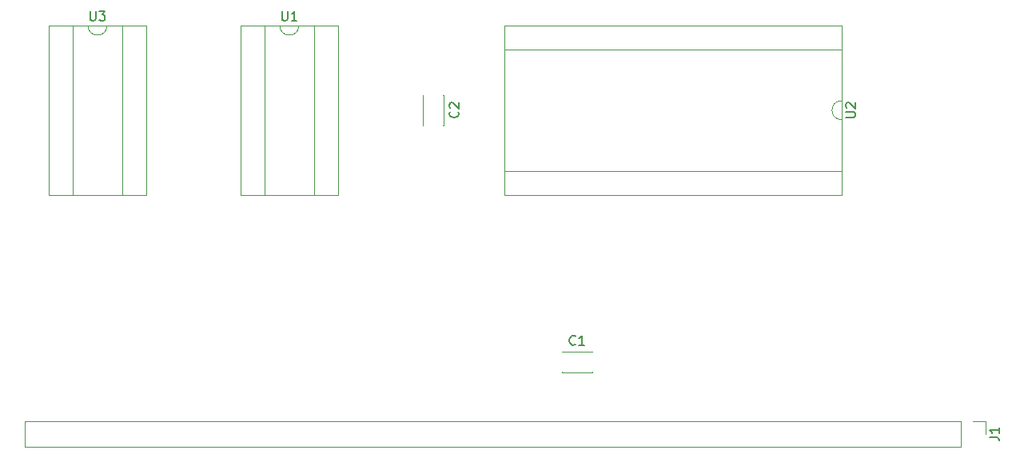
<source format=gbr>
G04 #@! TF.GenerationSoftware,KiCad,Pcbnew,5.1.8-db9833491~88~ubuntu20.04.1*
G04 #@! TF.CreationDate,2020-12-16T12:57:10+01:00*
G04 #@! TF.ProjectId,dtZ80-memory,64745a38-302d-46d6-956d-6f72792e6b69,rev?*
G04 #@! TF.SameCoordinates,Original*
G04 #@! TF.FileFunction,Legend,Top*
G04 #@! TF.FilePolarity,Positive*
%FSLAX46Y46*%
G04 Gerber Fmt 4.6, Leading zero omitted, Abs format (unit mm)*
G04 Created by KiCad (PCBNEW 5.1.8-db9833491~88~ubuntu20.04.1) date 2020-12-16 12:57:10*
%MOMM*%
%LPD*%
G01*
G04 APERTURE LIST*
%ADD10C,0.120000*%
%ADD11C,0.150000*%
G04 APERTURE END LIST*
D10*
X90440000Y-102810000D02*
X88790000Y-102810000D01*
X88790000Y-102810000D02*
X88790000Y-120710000D01*
X88790000Y-120710000D02*
X94090000Y-120710000D01*
X94090000Y-120710000D02*
X94090000Y-102810000D01*
X94090000Y-102810000D02*
X92440000Y-102810000D01*
X86300000Y-102750000D02*
X86300000Y-120770000D01*
X86300000Y-120770000D02*
X96580000Y-120770000D01*
X96580000Y-120770000D02*
X96580000Y-102750000D01*
X96580000Y-102750000D02*
X86300000Y-102750000D01*
X92440000Y-102810000D02*
G75*
G02*
X90440000Y-102810000I-1000000J0D01*
G01*
X170240000Y-110760000D02*
X170240000Y-105300000D01*
X170240000Y-105300000D02*
X134560000Y-105300000D01*
X134560000Y-105300000D02*
X134560000Y-118220000D01*
X134560000Y-118220000D02*
X170240000Y-118220000D01*
X170240000Y-118220000D02*
X170240000Y-112760000D01*
X170300000Y-102810000D02*
X134500000Y-102810000D01*
X134500000Y-102810000D02*
X134500000Y-120710000D01*
X134500000Y-120710000D02*
X170300000Y-120710000D01*
X170300000Y-120710000D02*
X170300000Y-102810000D01*
X170240000Y-112760000D02*
G75*
G02*
X170240000Y-110760000I0J1000000D01*
G01*
X110760000Y-102810000D02*
X109110000Y-102810000D01*
X109110000Y-102810000D02*
X109110000Y-120710000D01*
X109110000Y-120710000D02*
X114410000Y-120710000D01*
X114410000Y-120710000D02*
X114410000Y-102810000D01*
X114410000Y-102810000D02*
X112760000Y-102810000D01*
X106620000Y-102750000D02*
X106620000Y-120770000D01*
X106620000Y-120770000D02*
X116900000Y-120770000D01*
X116900000Y-120770000D02*
X116900000Y-102750000D01*
X116900000Y-102750000D02*
X106620000Y-102750000D01*
X112760000Y-102810000D02*
G75*
G02*
X110760000Y-102810000I-1000000J0D01*
G01*
X83760000Y-144720000D02*
X83760000Y-147380000D01*
X182880000Y-144720000D02*
X83760000Y-144720000D01*
X182880000Y-147380000D02*
X83760000Y-147380000D01*
X182880000Y-144720000D02*
X182880000Y-147380000D01*
X184150000Y-144720000D02*
X185480000Y-144720000D01*
X185480000Y-144720000D02*
X185480000Y-146050000D01*
X128120000Y-110120000D02*
X128120000Y-113360000D01*
X125880000Y-110120000D02*
X125880000Y-113360000D01*
X128120000Y-110120000D02*
X128055000Y-110120000D01*
X125945000Y-110120000D02*
X125880000Y-110120000D01*
X128120000Y-113360000D02*
X128055000Y-113360000D01*
X125945000Y-113360000D02*
X125880000Y-113360000D01*
X140600000Y-137310000D02*
X143840000Y-137310000D01*
X140600000Y-139550000D02*
X143840000Y-139550000D01*
X140600000Y-137310000D02*
X140600000Y-137375000D01*
X140600000Y-139485000D02*
X140600000Y-139550000D01*
X143840000Y-137310000D02*
X143840000Y-137375000D01*
X143840000Y-139485000D02*
X143840000Y-139550000D01*
D11*
X90678095Y-101262380D02*
X90678095Y-102071904D01*
X90725714Y-102167142D01*
X90773333Y-102214761D01*
X90868571Y-102262380D01*
X91059047Y-102262380D01*
X91154285Y-102214761D01*
X91201904Y-102167142D01*
X91249523Y-102071904D01*
X91249523Y-101262380D01*
X91630476Y-101262380D02*
X92249523Y-101262380D01*
X91916190Y-101643333D01*
X92059047Y-101643333D01*
X92154285Y-101690952D01*
X92201904Y-101738571D01*
X92249523Y-101833809D01*
X92249523Y-102071904D01*
X92201904Y-102167142D01*
X92154285Y-102214761D01*
X92059047Y-102262380D01*
X91773333Y-102262380D01*
X91678095Y-102214761D01*
X91630476Y-102167142D01*
X170692380Y-112521904D02*
X171501904Y-112521904D01*
X171597142Y-112474285D01*
X171644761Y-112426666D01*
X171692380Y-112331428D01*
X171692380Y-112140952D01*
X171644761Y-112045714D01*
X171597142Y-111998095D01*
X171501904Y-111950476D01*
X170692380Y-111950476D01*
X170787619Y-111521904D02*
X170740000Y-111474285D01*
X170692380Y-111379047D01*
X170692380Y-111140952D01*
X170740000Y-111045714D01*
X170787619Y-110998095D01*
X170882857Y-110950476D01*
X170978095Y-110950476D01*
X171120952Y-110998095D01*
X171692380Y-111569523D01*
X171692380Y-110950476D01*
X110998095Y-101262380D02*
X110998095Y-102071904D01*
X111045714Y-102167142D01*
X111093333Y-102214761D01*
X111188571Y-102262380D01*
X111379047Y-102262380D01*
X111474285Y-102214761D01*
X111521904Y-102167142D01*
X111569523Y-102071904D01*
X111569523Y-101262380D01*
X112569523Y-102262380D02*
X111998095Y-102262380D01*
X112283809Y-102262380D02*
X112283809Y-101262380D01*
X112188571Y-101405238D01*
X112093333Y-101500476D01*
X111998095Y-101548095D01*
X185932380Y-146383333D02*
X186646666Y-146383333D01*
X186789523Y-146430952D01*
X186884761Y-146526190D01*
X186932380Y-146669047D01*
X186932380Y-146764285D01*
X186932380Y-145383333D02*
X186932380Y-145954761D01*
X186932380Y-145669047D02*
X185932380Y-145669047D01*
X186075238Y-145764285D01*
X186170476Y-145859523D01*
X186218095Y-145954761D01*
X129607142Y-111906666D02*
X129654761Y-111954285D01*
X129702380Y-112097142D01*
X129702380Y-112192380D01*
X129654761Y-112335238D01*
X129559523Y-112430476D01*
X129464285Y-112478095D01*
X129273809Y-112525714D01*
X129130952Y-112525714D01*
X128940476Y-112478095D01*
X128845238Y-112430476D01*
X128750000Y-112335238D01*
X128702380Y-112192380D01*
X128702380Y-112097142D01*
X128750000Y-111954285D01*
X128797619Y-111906666D01*
X128797619Y-111525714D02*
X128750000Y-111478095D01*
X128702380Y-111382857D01*
X128702380Y-111144761D01*
X128750000Y-111049523D01*
X128797619Y-111001904D01*
X128892857Y-110954285D01*
X128988095Y-110954285D01*
X129130952Y-111001904D01*
X129702380Y-111573333D01*
X129702380Y-110954285D01*
X142053333Y-136537142D02*
X142005714Y-136584761D01*
X141862857Y-136632380D01*
X141767619Y-136632380D01*
X141624761Y-136584761D01*
X141529523Y-136489523D01*
X141481904Y-136394285D01*
X141434285Y-136203809D01*
X141434285Y-136060952D01*
X141481904Y-135870476D01*
X141529523Y-135775238D01*
X141624761Y-135680000D01*
X141767619Y-135632380D01*
X141862857Y-135632380D01*
X142005714Y-135680000D01*
X142053333Y-135727619D01*
X143005714Y-136632380D02*
X142434285Y-136632380D01*
X142720000Y-136632380D02*
X142720000Y-135632380D01*
X142624761Y-135775238D01*
X142529523Y-135870476D01*
X142434285Y-135918095D01*
M02*

</source>
